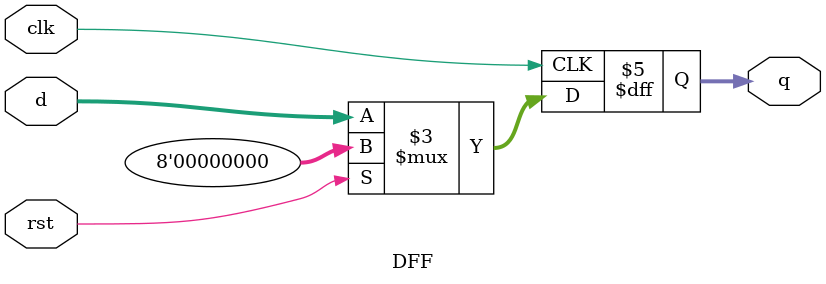
<source format=v>

`timescale 1ns/1ns

module FIR(clk,rst,x,dataout);
input [7:0]x;
input clk,rst;
output [9:0]dataout;
wire [7:0]d1,d2,d3;
wire [7:0]m1,m2,m3,m4,m5;
wire [7:0]d11,d12,d13,d14;
parameter h0=3'b101;
parameter h1=3'b100;
parameter h2=3'b011;
parameter h3=3'b010;
parameter h4=3'b001;
assign m1=x>>h0;
DFF u2(clk,rst,x,d11);
assign m2=d11>>h1;
assign d1=m1+m2;
DFF u4(clk,rst,d11,d12);
assign m3=d12>>h2;
assign d2=d1+m3;
DFF u6(clk,rst,d12,d13);
assign m4=d13>>h3;
assign d3=d2+m4;
DFF u8(clk,rst,d13,d14);
assign m5=d14>>h4;
assign dataout=d3+m5;
endmodule

module DFF(clk,rst,d,q);// sub module d flipflop
input clk,rst;
input [7:0]d;
output [7:0]q;
reg [7:0]q;
always@(posedge clk) begin
    if(rst) q <=0;
    else q <=d;
end
endmodule


</source>
